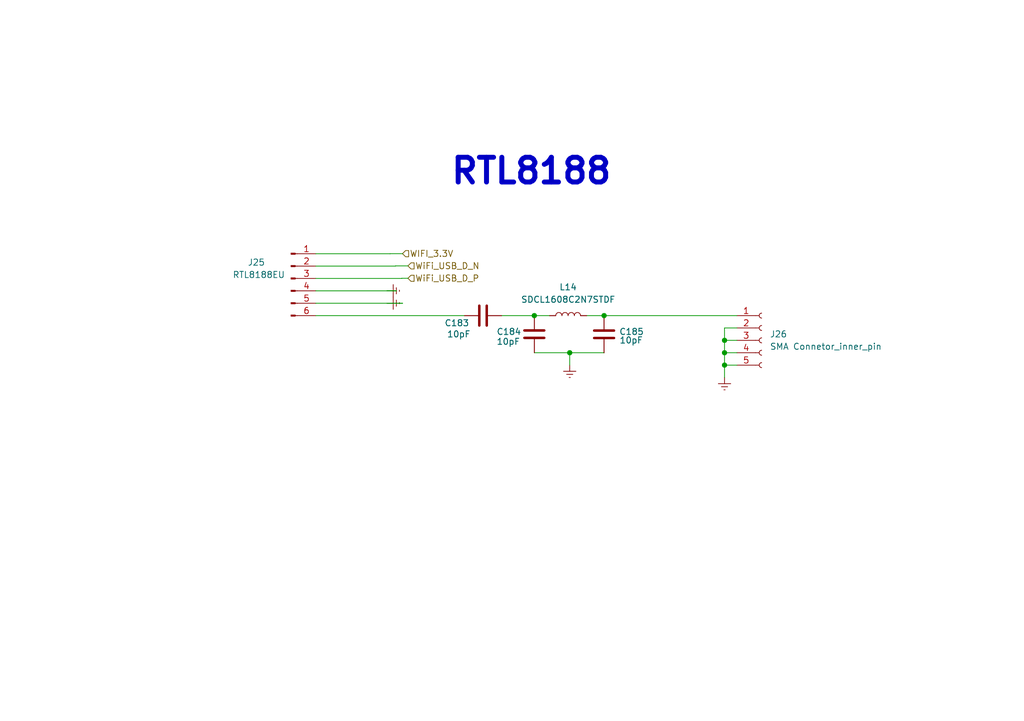
<source format=kicad_sch>
(kicad_sch (version 20231120) (generator "eeschema") (generator_version "8.0")
  (paper "A5")
  (lib_symbols
    (symbol "Connector:Conn_01x05_Socket" (pin_names (offset 1.016) hide)
      (property "Reference" "J" (at 0 7.62 0))
      (property "Value" "Conn_01x05_Socket" (at 0 -7.62 0))
      (symbol "Conn_01x05_Socket_1_1"
        (arc (start 0 -4.572) (mid -0.5058 -5.08) (end 0 -5.588) (stroke (width 0.1524)))
        (arc (start 0 -2.032) (mid -0.5058 -2.54) (end 0 -3.048) (stroke (width 0.1524)))
        (polyline (pts (xy -1.27 -5.08) (xy -0.508 -5.08)) (stroke (width 0.1524)))
        (polyline (pts (xy -1.27 -2.54) (xy -0.508 -2.54)) (stroke (width 0.1524)))
        (polyline (pts (xy -1.27 0) (xy -0.508 0)) (stroke (width 0.1524)))
        (polyline (pts (xy -1.27 2.54) (xy -0.508 2.54)) (stroke (width 0.1524)))
        (polyline (pts (xy -1.27 5.08) (xy -0.508 5.08)) (stroke (width 0.1524)))
        (arc (start 0 0.508) (mid -0.5058 0) (end 0 -0.508) (stroke (width 0.1524)))
        (arc (start 0 3.048) (mid -0.5058 2.54) (end 0 2.032) (stroke (width 0.1524)))
        (arc (start 0 5.588) (mid -0.5058 5.08) (end 0 4.572) (stroke (width 0.1524)))
        (pin passive line (at -5.08 5.08 0) (length 3.81) (name "Pin_1") (number "1"))
        (pin passive line (at -5.08 2.54 0) (length 3.81) (name "Pin_2") (number "2"))
        (pin passive line (at -5.08 0 0) (length 3.81) (name "Pin_3") (number "3"))
        (pin passive line (at -5.08 -2.54 0) (length 3.81) (name "Pin_4") (number "4"))
        (pin passive line (at -5.08 -5.08 0) (length 3.81) (name "Pin_5") (number "5"))
      )
    )
    (symbol "Connector:Conn_01x06_Pin" (pin_names (offset 1.016) hide)
      (property "Reference" "J" (at 0 7.62 0))
      (property "Value" "Conn_01x06_Pin" (at 0 -10.16 0))
      (symbol "Conn_01x06_Pin_1_1"
        (polyline (pts (xy 1.27 -7.62) (xy 0.8636 -7.62)) (stroke (width 0.1524)))
        (polyline (pts (xy 1.27 -5.08) (xy 0.8636 -5.08)) (stroke (width 0.1524)))
        (polyline (pts (xy 1.27 -2.54) (xy 0.8636 -2.54)) (stroke (width 0.1524)))
        (polyline (pts (xy 1.27 0) (xy 0.8636 0)) (stroke (width 0.1524)))
        (polyline (pts (xy 1.27 2.54) (xy 0.8636 2.54)) (stroke (width 0.1524)))
        (polyline (pts (xy 1.27 5.08) (xy 0.8636 5.08)) (stroke (width 0.1524)))
        (rectangle (start 0.8636 -7.493) (end 0 -7.747) (stroke (width 0.1524)) (fill (type outline)))
        (rectangle (start 0.8636 -4.953) (end 0 -5.207) (stroke (width 0.1524)) (fill (type outline)))
        (rectangle (start 0.8636 -2.413) (end 0 -2.667) (stroke (width 0.1524)) (fill (type outline)))
        (rectangle (start 0.8636 0.127) (end 0 -0.127) (stroke (width 0.1524)) (fill (type outline)))
        (rectangle (start 0.8636 2.667) (end 0 2.413) (stroke (width 0.1524)) (fill (type outline)))
        (rectangle (start 0.8636 5.207) (end 0 4.953) (stroke (width 0.1524)) (fill (type outline)))
        (pin passive line (at 5.08 5.08 180) (length 3.81) (name "Pin_1") (number "1"))
        (pin passive line (at 5.08 2.54 180) (length 3.81) (name "Pin_2") (number "2"))
        (pin passive line (at 5.08 0 180) (length 3.81) (name "Pin_3") (number "3"))
        (pin passive line (at 5.08 -2.54 180) (length 3.81) (name "Pin_4") (number "4"))
        (pin passive line (at 5.08 -5.08 180) (length 3.81) (name "Pin_5") (number "5"))
        (pin passive line (at 5.08 -7.62 180) (length 3.81) (name "Pin_6") (number "6"))
      )
    )
    (symbol "Device:C" (pin_numbers hide) (pin_names (offset 0.254))
      (property "Reference" "C" (at 0.635 2.54 0))
      (property "Value" "C" (at 0.635 -2.54 0))
      (symbol "C_0_1"
        (polyline (pts (xy -2.032 -0.762) (xy 2.032 -0.762)) (stroke (width 0.508)))
        (polyline (pts (xy -2.032 0.762) (xy 2.032 0.762)) (stroke (width 0.508)))
      )
      (symbol "C_1_1"
        (pin passive line (at 0 3.81 270) (length 2.794) (name "~") (number "1"))
        (pin passive line (at 0 -3.81 90) (length 2.794) (name "~") (number "2"))
      )
    )
    (symbol "Device:L" (pin_numbers hide) (pin_names (offset 1.016) hide)
      (property "Reference" "L" (at -1.27 0 90))
      (property "Value" "L" (at 1.905 0 90))
      (symbol "L_0_1"
        (arc (start 0 -2.54) (mid 0.6323 -1.905) (end 0 -1.27))
        (arc (start 0 -1.27) (mid 0.6323 -0.635) (end 0 0))
        (arc (start 0 0) (mid 0.6323 0.635) (end 0 1.27))
        (arc (start 0 1.27) (mid 0.6323 1.905) (end 0 2.54))
      )
      (symbol "L_1_1"
        (pin passive line (at 0 3.81 270) (length 1.27) (name "1") (number "1"))
        (pin passive line (at 0 -3.81 90) (length 1.27) (name "2") (number "2"))
      )
    )
    (symbol "power:Earth" (power) (pin_names (offset 0))
      (symbol "Earth_0_1"
        (polyline (pts (xy -0.635 -1.905) (xy 0.635 -1.905)))
        (polyline (pts (xy -0.127 -2.54) (xy 0.127 -2.54)))
        (polyline (pts (xy 0 -1.27) (xy 0 0)))
        (polyline (pts (xy 1.27 -1.27) (xy -1.27 -1.27)))
      )
      (symbol "Earth_1_1"
        (pin power_in line (at 0 0 270) (length 0) hide (name "Earth") (number "1"))
      )
    )
  )
  (junction (at 109.5811 64.77))
  (junction (at 148.59 72.39))
  (junction (at 148.59 69.85))
  (junction (at 148.59 74.93))
  (junction (at 123.8899 64.77))
  (junction (at 116.84 72.39))
  (wire (pts (xy 80.01 52.0568) (xy 82.5425 52.0568)))
  (wire (pts (xy 123.8899 72.39) (xy 116.84 72.39)))
  (wire (pts (xy 81.1215 54.572) (xy 81.1215 54.61)))
  (wire (pts (xy 109.5811 72.39) (xy 116.84 72.39)))
  (wire (pts (xy 80.01 52.07) (xy 64.77 52.07)))
  (wire (pts (xy 123.8899 64.7688) (xy 120.3275 64.7688)))
  (wire (pts (xy 109.5811 64.77) (xy 112.7075 64.77)))
  (wire (pts (xy 123.8899 64.77) (xy 123.8899 64.7962)))
  (wire (pts (xy 82.55 62.2168) (xy 79.3744 62.2168)))
  (wire (pts (xy 123.8899 72.39) (xy 123.8899 72.4162)))
  (wire (pts (xy 148.59 72.39) (xy 151.13 72.39)))
  (wire (pts (xy 148.59 67.31) (xy 151.13 67.31)))
  (wire (pts (xy 102.87 64.77) (xy 109.5811 64.77)))
  (wire (pts (xy 81.28 59.69) (xy 81.28 59.6768)))
  (wire (pts (xy 148.59 69.85) (xy 148.59 72.39)))
  (wire (pts (xy 123.8899 64.77) (xy 123.8899 64.7688)))
  (wire (pts (xy 83.6615 54.572) (xy 81.1215 54.572)))
  (wire (pts (xy 148.59 69.85) (xy 151.13 69.85)))
  (wire (pts (xy 80.01 52.07) (xy 80.01 52.0568)))
  (wire (pts (xy 148.59 67.31) (xy 148.59 69.85)))
  (wire (pts (xy 95.25 64.77) (xy 64.77 64.77)))
  (wire (pts (xy 82.3915 57.112) (xy 82.3915 57.15)))
  (wire (pts (xy 81.28 59.6768) (xy 79.3744 59.6768)))
  (wire (pts (xy 148.59 72.39) (xy 148.59 74.93)))
  (wire (pts (xy 148.59 74.93) (xy 148.59 77.47)))
  (wire (pts (xy 81.1215 54.61) (xy 64.77 54.61)))
  (wire (pts (xy 83.6615 57.112) (xy 82.3915 57.112)))
  (wire (pts (xy 64.77 59.69) (xy 81.28 59.69)))
  (wire (pts (xy 123.8899 64.77) (xy 151.13 64.77)))
  (wire (pts (xy 112.7075 64.77) (xy 112.7075 64.7688)))
  (wire (pts (xy 148.59 74.93) (xy 151.13 74.93)))
  (wire (pts (xy 116.84 74.93) (xy 116.84 72.39)))
  (wire (pts (xy 64.77 62.23) (xy 82.55 62.23)))
  (wire (pts (xy 82.3915 57.15) (xy 64.77 57.15)))
  (wire (pts (xy 82.55 62.23) (xy 82.55 62.2168)))
  (text "RTL8188" (at 108.966 35.306 0) (effects (font (size 5.08 5.08) (bold yes))))
  (hierarchical_label "WIFI_3.3V" (shape input) (at 82.5425 52.0568 0))
  (hierarchical_label "WiFi_USB_D_P" (shape input) (at 83.6615 57.112 0))
  (hierarchical_label "WiFi_USB_D_N" (shape input) (at 83.6615 54.572 0))
  (symbol (lib_id "Device:L") (at 116.5175 64.7688 90) (unit 1)
    (property "Reference" "L14" (at 116.5175 58.9264 90))
    (property "Value" "SDCL1608C2N7STDF" (at 116.5175 61.4664 90))
    (property "Footprint" "Inductor_SMD:L_0603_1608Metric" (effects (hide yes)))
    (property "Description" "Inductor" (effects (hide yes)))
    (property "MPN" "SDCL1608C2N7STDF" (effects (hide yes)))
  )
  (symbol (lib_id "Device:C") (at 109.5811 68.58 0) (unit 1)
    (property "Reference" "C184" (at 106.934 68.072 0) (effects (justify right)))
    (property "Value" "10pF" (at 106.68 70.104 0) (effects (justify right)))
    (property "Footprint" "Capacitor_SMD:C_0603_1608Metric" (effects (hide yes)))
    (property "MPN" "CC0603JRNPO9BN100" (effects (hide yes)))
  )
  (symbol (lib_id "power:Earth") (at 148.59 77.47 0) (unit 1)
    (property "Reference" "#PWR0232" (effects (hide yes)))
    (property "Value" "Earth" (effects (hide yes)))
    (property "Description" "Power symbol creates a global label with name \"Earth\"" (effects (hide yes)))
  )
  (symbol (lib_id "power:Earth") (at 79.3744 62.2168 90) (unit 1)
    (property "Reference" "#PWR0230" (effects (hide yes)))
    (property "Value" "Earth" (effects (hide yes)))
    (property "Description" "Power symbol creates a global label with name \"Earth\"" (effects (hide yes)))
  )
  (symbol (lib_id "Connector:Conn_01x06_Pin") (at 59.69 57.15 0) (unit 1)
    (property "Reference" "J25" (at 52.578 53.848 0))
    (property "Value" "RTL8188EU" (at 53.086 56.388 0))
    (property "Footprint" "RTL8188EU:RTL8188EU" (effects (hide yes)))
    (property "Description" "Generic connector, single row, 01x06, script generated" (effects (hide yes)))
    (property "MPN" "RTL8188EUS 模块" (effects (hide yes)))
  )
  (symbol (lib_id "Device:C") (at 99.06 64.77 270) (unit 1)
    (property "Reference" "C183" (at 96.266 66.294 90) (effects (justify right)))
    (property "Value" "10pF" (at 96.52 68.58 90) (effects (justify right)))
    (property "Footprint" "Capacitor_SMD:C_0603_1608Metric" (effects (hide yes)))
    (property "MPN" "CC0603JRNPO9BN100" (effects (hide yes)))
  )
  (symbol (lib_id "power:Earth") (at 79.3744 59.6768 90) (unit 1)
    (property "Reference" "#PWR0229" (effects (hide yes)))
    (property "Value" "Earth" (effects (hide yes)))
    (property "Description" "Power symbol creates a global label with name \"Earth\"" (effects (hide yes)))
  )
  (symbol (lib_id "Connector:Conn_01x05_Socket") (at 156.21 69.85 0) (unit 1)
    (property "Reference" "J26" (at 157.8601 68.5799 0) (effects (justify left)))
    (property "Value" "SMA Connetor_inner_pin" (at 157.8601 71.1199 0) (effects (justify left)))
    (property "Footprint" "Connector_Coaxial:SMA_Connector_inner_pin_right_angle" (effects (hide yes)))
    (property "Description" "Generic connector, single row, 01x05, script generated" (effects (hide yes)))
    (property "MPN" "SMA-KWE  内针" (effects (hide yes)))
  )
  (symbol (lib_id "power:Earth") (at 116.84 74.93 0) (unit 1)
    (property "Reference" "#PWR0231" (effects (hide yes)))
    (property "Value" "Earth" (effects (hide yes)))
    (property "Description" "Power symbol creates a global label with name \"Earth\"" (effects (hide yes)))
  )
  (symbol (lib_id "Device:C") (at 123.8899 68.6062 0) (unit 1)
    (property "Reference" "C185" (at 132.08 68.072 0) (effects (justify right)))
    (property "Value" "10pF" (at 131.8881 69.8238 0) (effects (justify right)))
    (property "Footprint" "Capacitor_SMD:C_0603_1608Metric" (effects (hide yes)))
    (property "MPN" "CC0603JRNPO9BN100" (effects (hide yes)))
  )
)
</source>
